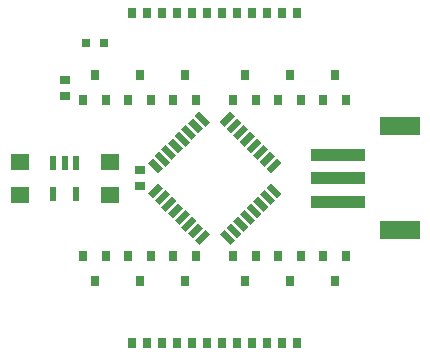
<source format=gtp>
G75*
G70*
%OFA0B0*%
%FSLAX24Y24*%
%IPPOS*%
%LPD*%
%AMOC8*
5,1,8,0,0,1.08239X$1,22.5*
%
%ADD10R,0.0276X0.0354*%
%ADD11R,0.0500X0.0220*%
%ADD12R,0.0220X0.0500*%
%ADD13R,0.0630X0.0551*%
%ADD14R,0.0315X0.0315*%
%ADD15R,0.0354X0.0276*%
%ADD16R,0.0217X0.0472*%
%ADD17R,0.0315X0.0354*%
%ADD18R,0.1811X0.0394*%
%ADD19R,0.1339X0.0630*%
D10*
X015077Y009333D03*
X015589Y009333D03*
X016077Y009333D03*
X016589Y009333D03*
X017077Y009333D03*
X017589Y009333D03*
X018077Y009333D03*
X018589Y009333D03*
X019077Y009333D03*
X019589Y009333D03*
X020077Y009333D03*
X020589Y009333D03*
X020589Y020333D03*
X020077Y020333D03*
X019589Y020333D03*
X019077Y020333D03*
X018589Y020333D03*
X018077Y020333D03*
X017589Y020333D03*
X017077Y020333D03*
X016589Y020333D03*
X016077Y020333D03*
X015589Y020333D03*
X015077Y020333D03*
D11*
G36*
X018503Y016906D02*
X018151Y016554D01*
X017995Y016710D01*
X018347Y017062D01*
X018503Y016906D01*
G37*
G36*
X018726Y016683D02*
X018374Y016331D01*
X018218Y016487D01*
X018570Y016839D01*
X018726Y016683D01*
G37*
G36*
X018948Y016460D02*
X018596Y016108D01*
X018440Y016264D01*
X018792Y016616D01*
X018948Y016460D01*
G37*
G36*
X019171Y016238D02*
X018819Y015886D01*
X018663Y016042D01*
X019015Y016394D01*
X019171Y016238D01*
G37*
G36*
X019394Y016015D02*
X019042Y015663D01*
X018886Y015819D01*
X019238Y016171D01*
X019394Y016015D01*
G37*
G36*
X019616Y015792D02*
X019264Y015440D01*
X019108Y015596D01*
X019460Y015948D01*
X019616Y015792D01*
G37*
G36*
X019839Y015570D02*
X019487Y015218D01*
X019331Y015374D01*
X019683Y015726D01*
X019839Y015570D01*
G37*
G36*
X020062Y015347D02*
X019710Y014995D01*
X019554Y015151D01*
X019906Y015503D01*
X020062Y015347D01*
G37*
G36*
X017004Y013625D02*
X016652Y013273D01*
X016496Y013429D01*
X016848Y013781D01*
X017004Y013625D01*
G37*
G36*
X016781Y013848D02*
X016429Y013496D01*
X016273Y013652D01*
X016625Y014004D01*
X016781Y013848D01*
G37*
G36*
X016558Y014070D02*
X016206Y013718D01*
X016050Y013874D01*
X016402Y014226D01*
X016558Y014070D01*
G37*
G36*
X016336Y014293D02*
X015984Y013941D01*
X015828Y014097D01*
X016180Y014449D01*
X016336Y014293D01*
G37*
G36*
X016113Y014516D02*
X015761Y014164D01*
X015605Y014320D01*
X015957Y014672D01*
X016113Y014516D01*
G37*
G36*
X017226Y013402D02*
X016874Y013050D01*
X016718Y013206D01*
X017070Y013558D01*
X017226Y013402D01*
G37*
G36*
X017449Y013180D02*
X017097Y012828D01*
X016941Y012984D01*
X017293Y013336D01*
X017449Y013180D01*
G37*
G36*
X017672Y012957D02*
X017320Y012605D01*
X017164Y012761D01*
X017516Y013113D01*
X017672Y012957D01*
G37*
D12*
G36*
X018503Y012761D02*
X018347Y012605D01*
X017995Y012957D01*
X018151Y013113D01*
X018503Y012761D01*
G37*
G36*
X018726Y012984D02*
X018570Y012828D01*
X018218Y013180D01*
X018374Y013336D01*
X018726Y012984D01*
G37*
G36*
X018948Y013206D02*
X018792Y013050D01*
X018440Y013402D01*
X018596Y013558D01*
X018948Y013206D01*
G37*
G36*
X019171Y013429D02*
X019015Y013273D01*
X018663Y013625D01*
X018819Y013781D01*
X019171Y013429D01*
G37*
G36*
X019394Y013652D02*
X019238Y013496D01*
X018886Y013848D01*
X019042Y014004D01*
X019394Y013652D01*
G37*
G36*
X019616Y013874D02*
X019460Y013718D01*
X019108Y014070D01*
X019264Y014226D01*
X019616Y013874D01*
G37*
G36*
X019839Y014097D02*
X019683Y013941D01*
X019331Y014293D01*
X019487Y014449D01*
X019839Y014097D01*
G37*
G36*
X020062Y014320D02*
X019906Y014164D01*
X019554Y014516D01*
X019710Y014672D01*
X020062Y014320D01*
G37*
G36*
X017226Y016264D02*
X017070Y016108D01*
X016718Y016460D01*
X016874Y016616D01*
X017226Y016264D01*
G37*
G36*
X017449Y016487D02*
X017293Y016331D01*
X016941Y016683D01*
X017097Y016839D01*
X017449Y016487D01*
G37*
G36*
X017672Y016710D02*
X017516Y016554D01*
X017164Y016906D01*
X017320Y017062D01*
X017672Y016710D01*
G37*
G36*
X017004Y016042D02*
X016848Y015886D01*
X016496Y016238D01*
X016652Y016394D01*
X017004Y016042D01*
G37*
G36*
X016781Y015819D02*
X016625Y015663D01*
X016273Y016015D01*
X016429Y016171D01*
X016781Y015819D01*
G37*
G36*
X016558Y015596D02*
X016402Y015440D01*
X016050Y015792D01*
X016206Y015948D01*
X016558Y015596D01*
G37*
G36*
X016336Y015374D02*
X016180Y015218D01*
X015828Y015570D01*
X015984Y015726D01*
X016336Y015374D01*
G37*
G36*
X016113Y015151D02*
X015957Y014995D01*
X015605Y015347D01*
X015761Y015503D01*
X016113Y015151D01*
G37*
D13*
X014333Y015385D03*
X014333Y014282D03*
X011333Y014282D03*
X011333Y015385D03*
D14*
X013538Y019333D03*
X014129Y019333D03*
D15*
X012833Y018089D03*
X012833Y017577D03*
X015333Y015089D03*
X015333Y014577D03*
D16*
X013207Y014321D03*
X012459Y014321D03*
X012459Y015345D03*
X012833Y015345D03*
X013207Y015345D03*
D17*
X013459Y017440D03*
X014207Y017440D03*
X014959Y017440D03*
X015707Y017440D03*
X016459Y017440D03*
X017207Y017440D03*
X018459Y017440D03*
X019207Y017440D03*
X019959Y017440D03*
X020707Y017440D03*
X021459Y017440D03*
X022207Y017440D03*
X021833Y018266D03*
X020333Y018266D03*
X018833Y018266D03*
X016833Y018266D03*
X015333Y018266D03*
X013833Y018266D03*
X013459Y012227D03*
X014207Y012227D03*
X014959Y012227D03*
X015707Y012227D03*
X016459Y012227D03*
X017207Y012227D03*
X018459Y012227D03*
X019207Y012227D03*
X019959Y012227D03*
X020707Y012227D03*
X021459Y012227D03*
X022207Y012227D03*
X021833Y011400D03*
X020333Y011400D03*
X018833Y011400D03*
X016833Y011400D03*
X015333Y011400D03*
X013833Y011400D03*
D18*
X021955Y014042D03*
X021955Y014829D03*
X021955Y015617D03*
D19*
X024003Y016562D03*
X024003Y013097D03*
M02*

</source>
